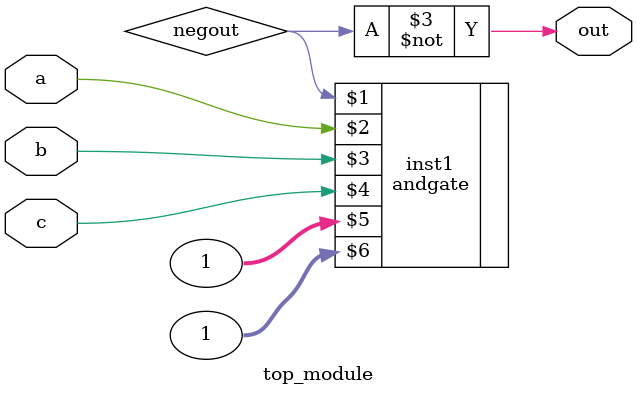
<source format=v>
module top_module (input a, input b, input c, output out);//

    parameter d = 1, e=1;
    wire negout;
    andgate inst1 ( negout, a, b, c,d ,e);
    assign out = ~negout;

endmodule

</source>
